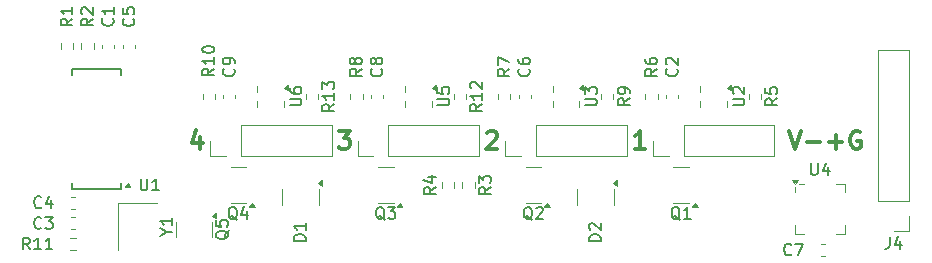
<source format=gbr>
%TF.GenerationSoftware,KiCad,Pcbnew,7.0.11-7.0.11~ubuntu22.04.1*%
%TF.CreationDate,2025-05-05T15:28:32+03:00*%
%TF.ProjectId,USB_Magic_Hub,5553425f-4d61-4676-9963-5f4875622e6b,rev?*%
%TF.SameCoordinates,PXc65d40PYc65d40*%
%TF.FileFunction,Legend,Top*%
%TF.FilePolarity,Positive*%
%FSLAX46Y46*%
G04 Gerber Fmt 4.6, Leading zero omitted, Abs format (unit mm)*
G04 Created by KiCad (PCBNEW 7.0.11-7.0.11~ubuntu22.04.1) date 2025-05-05 15:28:32*
%MOMM*%
%LPD*%
G01*
G04 APERTURE LIST*
%ADD10C,0.300000*%
%ADD11C,0.150000*%
%ADD12C,0.120000*%
G04 APERTURE END LIST*
D10*
X52928572Y-12428328D02*
X52071429Y-12428328D01*
X52500000Y-12428328D02*
X52500000Y-10928328D01*
X52500000Y-10928328D02*
X52357143Y-11142614D01*
X52357143Y-11142614D02*
X52214286Y-11285471D01*
X52214286Y-11285471D02*
X52071429Y-11356900D01*
X65142857Y-10928328D02*
X65642857Y-12428328D01*
X65642857Y-12428328D02*
X66142857Y-10928328D01*
X66642856Y-11856900D02*
X67785714Y-11856900D01*
X68499999Y-11856900D02*
X69642857Y-11856900D01*
X69071428Y-12428328D02*
X69071428Y-11285471D01*
X71142857Y-10999757D02*
X71000000Y-10928328D01*
X71000000Y-10928328D02*
X70785714Y-10928328D01*
X70785714Y-10928328D02*
X70571428Y-10999757D01*
X70571428Y-10999757D02*
X70428571Y-11142614D01*
X70428571Y-11142614D02*
X70357142Y-11285471D01*
X70357142Y-11285471D02*
X70285714Y-11571185D01*
X70285714Y-11571185D02*
X70285714Y-11785471D01*
X70285714Y-11785471D02*
X70357142Y-12071185D01*
X70357142Y-12071185D02*
X70428571Y-12214042D01*
X70428571Y-12214042D02*
X70571428Y-12356900D01*
X70571428Y-12356900D02*
X70785714Y-12428328D01*
X70785714Y-12428328D02*
X70928571Y-12428328D01*
X70928571Y-12428328D02*
X71142857Y-12356900D01*
X71142857Y-12356900D02*
X71214285Y-12285471D01*
X71214285Y-12285471D02*
X71214285Y-11785471D01*
X71214285Y-11785471D02*
X70928571Y-11785471D01*
X39571429Y-11071185D02*
X39642857Y-10999757D01*
X39642857Y-10999757D02*
X39785715Y-10928328D01*
X39785715Y-10928328D02*
X40142857Y-10928328D01*
X40142857Y-10928328D02*
X40285715Y-10999757D01*
X40285715Y-10999757D02*
X40357143Y-11071185D01*
X40357143Y-11071185D02*
X40428572Y-11214042D01*
X40428572Y-11214042D02*
X40428572Y-11356900D01*
X40428572Y-11356900D02*
X40357143Y-11571185D01*
X40357143Y-11571185D02*
X39500000Y-12428328D01*
X39500000Y-12428328D02*
X40428572Y-12428328D01*
X15285715Y-11428328D02*
X15285715Y-12428328D01*
X14928572Y-10856900D02*
X14571429Y-11928328D01*
X14571429Y-11928328D02*
X15500000Y-11928328D01*
X27000000Y-10928328D02*
X27928572Y-10928328D01*
X27928572Y-10928328D02*
X27428572Y-11499757D01*
X27428572Y-11499757D02*
X27642857Y-11499757D01*
X27642857Y-11499757D02*
X27785715Y-11571185D01*
X27785715Y-11571185D02*
X27857143Y-11642614D01*
X27857143Y-11642614D02*
X27928572Y-11785471D01*
X27928572Y-11785471D02*
X27928572Y-12142614D01*
X27928572Y-12142614D02*
X27857143Y-12285471D01*
X27857143Y-12285471D02*
X27785715Y-12356900D01*
X27785715Y-12356900D02*
X27642857Y-12428328D01*
X27642857Y-12428328D02*
X27214286Y-12428328D01*
X27214286Y-12428328D02*
X27071429Y-12356900D01*
X27071429Y-12356900D02*
X27000000Y-12285471D01*
D11*
X1833333Y-17359580D02*
X1785714Y-17407200D01*
X1785714Y-17407200D02*
X1642857Y-17454819D01*
X1642857Y-17454819D02*
X1547619Y-17454819D01*
X1547619Y-17454819D02*
X1404762Y-17407200D01*
X1404762Y-17407200D02*
X1309524Y-17311961D01*
X1309524Y-17311961D02*
X1261905Y-17216723D01*
X1261905Y-17216723D02*
X1214286Y-17026247D01*
X1214286Y-17026247D02*
X1214286Y-16883390D01*
X1214286Y-16883390D02*
X1261905Y-16692914D01*
X1261905Y-16692914D02*
X1309524Y-16597676D01*
X1309524Y-16597676D02*
X1404762Y-16502438D01*
X1404762Y-16502438D02*
X1547619Y-16454819D01*
X1547619Y-16454819D02*
X1642857Y-16454819D01*
X1642857Y-16454819D02*
X1785714Y-16502438D01*
X1785714Y-16502438D02*
X1833333Y-16550057D01*
X2690476Y-16788152D02*
X2690476Y-17454819D01*
X2452381Y-16407200D02*
X2214286Y-17121485D01*
X2214286Y-17121485D02*
X2833333Y-17121485D01*
X39134819Y-8642857D02*
X38658628Y-8976190D01*
X39134819Y-9214285D02*
X38134819Y-9214285D01*
X38134819Y-9214285D02*
X38134819Y-8833333D01*
X38134819Y-8833333D02*
X38182438Y-8738095D01*
X38182438Y-8738095D02*
X38230057Y-8690476D01*
X38230057Y-8690476D02*
X38325295Y-8642857D01*
X38325295Y-8642857D02*
X38468152Y-8642857D01*
X38468152Y-8642857D02*
X38563390Y-8690476D01*
X38563390Y-8690476D02*
X38611009Y-8738095D01*
X38611009Y-8738095D02*
X38658628Y-8833333D01*
X38658628Y-8833333D02*
X38658628Y-9214285D01*
X39134819Y-7690476D02*
X39134819Y-8261904D01*
X39134819Y-7976190D02*
X38134819Y-7976190D01*
X38134819Y-7976190D02*
X38277676Y-8071428D01*
X38277676Y-8071428D02*
X38372914Y-8166666D01*
X38372914Y-8166666D02*
X38420533Y-8261904D01*
X38230057Y-7309523D02*
X38182438Y-7261904D01*
X38182438Y-7261904D02*
X38134819Y-7166666D01*
X38134819Y-7166666D02*
X38134819Y-6928571D01*
X38134819Y-6928571D02*
X38182438Y-6833333D01*
X38182438Y-6833333D02*
X38230057Y-6785714D01*
X38230057Y-6785714D02*
X38325295Y-6738095D01*
X38325295Y-6738095D02*
X38420533Y-6738095D01*
X38420533Y-6738095D02*
X38563390Y-6785714D01*
X38563390Y-6785714D02*
X39134819Y-7357142D01*
X39134819Y-7357142D02*
X39134819Y-6738095D01*
X17700057Y-19345238D02*
X17652438Y-19440476D01*
X17652438Y-19440476D02*
X17557200Y-19535714D01*
X17557200Y-19535714D02*
X17414342Y-19678571D01*
X17414342Y-19678571D02*
X17366723Y-19773809D01*
X17366723Y-19773809D02*
X17366723Y-19869047D01*
X17604819Y-19821428D02*
X17557200Y-19916666D01*
X17557200Y-19916666D02*
X17461961Y-20011904D01*
X17461961Y-20011904D02*
X17271485Y-20059523D01*
X17271485Y-20059523D02*
X16938152Y-20059523D01*
X16938152Y-20059523D02*
X16747676Y-20011904D01*
X16747676Y-20011904D02*
X16652438Y-19916666D01*
X16652438Y-19916666D02*
X16604819Y-19821428D01*
X16604819Y-19821428D02*
X16604819Y-19630952D01*
X16604819Y-19630952D02*
X16652438Y-19535714D01*
X16652438Y-19535714D02*
X16747676Y-19440476D01*
X16747676Y-19440476D02*
X16938152Y-19392857D01*
X16938152Y-19392857D02*
X17271485Y-19392857D01*
X17271485Y-19392857D02*
X17461961Y-19440476D01*
X17461961Y-19440476D02*
X17557200Y-19535714D01*
X17557200Y-19535714D02*
X17604819Y-19630952D01*
X17604819Y-19630952D02*
X17604819Y-19821428D01*
X16604819Y-18488095D02*
X16604819Y-18964285D01*
X16604819Y-18964285D02*
X17081009Y-19011904D01*
X17081009Y-19011904D02*
X17033390Y-18964285D01*
X17033390Y-18964285D02*
X16985771Y-18869047D01*
X16985771Y-18869047D02*
X16985771Y-18630952D01*
X16985771Y-18630952D02*
X17033390Y-18535714D01*
X17033390Y-18535714D02*
X17081009Y-18488095D01*
X17081009Y-18488095D02*
X17176247Y-18440476D01*
X17176247Y-18440476D02*
X17414342Y-18440476D01*
X17414342Y-18440476D02*
X17509580Y-18488095D01*
X17509580Y-18488095D02*
X17557200Y-18535714D01*
X17557200Y-18535714D02*
X17604819Y-18630952D01*
X17604819Y-18630952D02*
X17604819Y-18869047D01*
X17604819Y-18869047D02*
X17557200Y-18964285D01*
X17557200Y-18964285D02*
X17509580Y-19011904D01*
X24204819Y-20238094D02*
X23204819Y-20238094D01*
X23204819Y-20238094D02*
X23204819Y-19999999D01*
X23204819Y-19999999D02*
X23252438Y-19857142D01*
X23252438Y-19857142D02*
X23347676Y-19761904D01*
X23347676Y-19761904D02*
X23442914Y-19714285D01*
X23442914Y-19714285D02*
X23633390Y-19666666D01*
X23633390Y-19666666D02*
X23776247Y-19666666D01*
X23776247Y-19666666D02*
X23966723Y-19714285D01*
X23966723Y-19714285D02*
X24061961Y-19761904D01*
X24061961Y-19761904D02*
X24157200Y-19857142D01*
X24157200Y-19857142D02*
X24204819Y-19999999D01*
X24204819Y-19999999D02*
X24204819Y-20238094D01*
X24204819Y-18714285D02*
X24204819Y-19285713D01*
X24204819Y-18999999D02*
X23204819Y-18999999D01*
X23204819Y-18999999D02*
X23347676Y-19095237D01*
X23347676Y-19095237D02*
X23442914Y-19190475D01*
X23442914Y-19190475D02*
X23490533Y-19285713D01*
X66988095Y-13654819D02*
X66988095Y-14464342D01*
X66988095Y-14464342D02*
X67035714Y-14559580D01*
X67035714Y-14559580D02*
X67083333Y-14607200D01*
X67083333Y-14607200D02*
X67178571Y-14654819D01*
X67178571Y-14654819D02*
X67369047Y-14654819D01*
X67369047Y-14654819D02*
X67464285Y-14607200D01*
X67464285Y-14607200D02*
X67511904Y-14559580D01*
X67511904Y-14559580D02*
X67559523Y-14464342D01*
X67559523Y-14464342D02*
X67559523Y-13654819D01*
X68464285Y-13988152D02*
X68464285Y-14654819D01*
X68226190Y-13607200D02*
X67988095Y-14321485D01*
X67988095Y-14321485D02*
X68607142Y-14321485D01*
X35204819Y-15666666D02*
X34728628Y-15999999D01*
X35204819Y-16238094D02*
X34204819Y-16238094D01*
X34204819Y-16238094D02*
X34204819Y-15857142D01*
X34204819Y-15857142D02*
X34252438Y-15761904D01*
X34252438Y-15761904D02*
X34300057Y-15714285D01*
X34300057Y-15714285D02*
X34395295Y-15666666D01*
X34395295Y-15666666D02*
X34538152Y-15666666D01*
X34538152Y-15666666D02*
X34633390Y-15714285D01*
X34633390Y-15714285D02*
X34681009Y-15761904D01*
X34681009Y-15761904D02*
X34728628Y-15857142D01*
X34728628Y-15857142D02*
X34728628Y-16238094D01*
X34538152Y-14809523D02*
X35204819Y-14809523D01*
X34157200Y-15047618D02*
X34871485Y-15285713D01*
X34871485Y-15285713D02*
X34871485Y-14666666D01*
X30904761Y-18450057D02*
X30809523Y-18402438D01*
X30809523Y-18402438D02*
X30714285Y-18307200D01*
X30714285Y-18307200D02*
X30571428Y-18164342D01*
X30571428Y-18164342D02*
X30476190Y-18116723D01*
X30476190Y-18116723D02*
X30380952Y-18116723D01*
X30428571Y-18354819D02*
X30333333Y-18307200D01*
X30333333Y-18307200D02*
X30238095Y-18211961D01*
X30238095Y-18211961D02*
X30190476Y-18021485D01*
X30190476Y-18021485D02*
X30190476Y-17688152D01*
X30190476Y-17688152D02*
X30238095Y-17497676D01*
X30238095Y-17497676D02*
X30333333Y-17402438D01*
X30333333Y-17402438D02*
X30428571Y-17354819D01*
X30428571Y-17354819D02*
X30619047Y-17354819D01*
X30619047Y-17354819D02*
X30714285Y-17402438D01*
X30714285Y-17402438D02*
X30809523Y-17497676D01*
X30809523Y-17497676D02*
X30857142Y-17688152D01*
X30857142Y-17688152D02*
X30857142Y-18021485D01*
X30857142Y-18021485D02*
X30809523Y-18211961D01*
X30809523Y-18211961D02*
X30714285Y-18307200D01*
X30714285Y-18307200D02*
X30619047Y-18354819D01*
X30619047Y-18354819D02*
X30428571Y-18354819D01*
X31190476Y-17354819D02*
X31809523Y-17354819D01*
X31809523Y-17354819D02*
X31476190Y-17735771D01*
X31476190Y-17735771D02*
X31619047Y-17735771D01*
X31619047Y-17735771D02*
X31714285Y-17783390D01*
X31714285Y-17783390D02*
X31761904Y-17831009D01*
X31761904Y-17831009D02*
X31809523Y-17926247D01*
X31809523Y-17926247D02*
X31809523Y-18164342D01*
X31809523Y-18164342D02*
X31761904Y-18259580D01*
X31761904Y-18259580D02*
X31714285Y-18307200D01*
X31714285Y-18307200D02*
X31619047Y-18354819D01*
X31619047Y-18354819D02*
X31333333Y-18354819D01*
X31333333Y-18354819D02*
X31238095Y-18307200D01*
X31238095Y-18307200D02*
X31190476Y-18259580D01*
X51634819Y-8166666D02*
X51158628Y-8499999D01*
X51634819Y-8738094D02*
X50634819Y-8738094D01*
X50634819Y-8738094D02*
X50634819Y-8357142D01*
X50634819Y-8357142D02*
X50682438Y-8261904D01*
X50682438Y-8261904D02*
X50730057Y-8214285D01*
X50730057Y-8214285D02*
X50825295Y-8166666D01*
X50825295Y-8166666D02*
X50968152Y-8166666D01*
X50968152Y-8166666D02*
X51063390Y-8214285D01*
X51063390Y-8214285D02*
X51111009Y-8261904D01*
X51111009Y-8261904D02*
X51158628Y-8357142D01*
X51158628Y-8357142D02*
X51158628Y-8738094D01*
X51634819Y-7690475D02*
X51634819Y-7499999D01*
X51634819Y-7499999D02*
X51587200Y-7404761D01*
X51587200Y-7404761D02*
X51539580Y-7357142D01*
X51539580Y-7357142D02*
X51396723Y-7261904D01*
X51396723Y-7261904D02*
X51206247Y-7214285D01*
X51206247Y-7214285D02*
X50825295Y-7214285D01*
X50825295Y-7214285D02*
X50730057Y-7261904D01*
X50730057Y-7261904D02*
X50682438Y-7309523D01*
X50682438Y-7309523D02*
X50634819Y-7404761D01*
X50634819Y-7404761D02*
X50634819Y-7595237D01*
X50634819Y-7595237D02*
X50682438Y-7690475D01*
X50682438Y-7690475D02*
X50730057Y-7738094D01*
X50730057Y-7738094D02*
X50825295Y-7785713D01*
X50825295Y-7785713D02*
X51063390Y-7785713D01*
X51063390Y-7785713D02*
X51158628Y-7738094D01*
X51158628Y-7738094D02*
X51206247Y-7690475D01*
X51206247Y-7690475D02*
X51253866Y-7595237D01*
X51253866Y-7595237D02*
X51253866Y-7404761D01*
X51253866Y-7404761D02*
X51206247Y-7309523D01*
X51206247Y-7309523D02*
X51158628Y-7261904D01*
X51158628Y-7261904D02*
X51063390Y-7214285D01*
X26634819Y-8642857D02*
X26158628Y-8976190D01*
X26634819Y-9214285D02*
X25634819Y-9214285D01*
X25634819Y-9214285D02*
X25634819Y-8833333D01*
X25634819Y-8833333D02*
X25682438Y-8738095D01*
X25682438Y-8738095D02*
X25730057Y-8690476D01*
X25730057Y-8690476D02*
X25825295Y-8642857D01*
X25825295Y-8642857D02*
X25968152Y-8642857D01*
X25968152Y-8642857D02*
X26063390Y-8690476D01*
X26063390Y-8690476D02*
X26111009Y-8738095D01*
X26111009Y-8738095D02*
X26158628Y-8833333D01*
X26158628Y-8833333D02*
X26158628Y-9214285D01*
X26634819Y-7690476D02*
X26634819Y-8261904D01*
X26634819Y-7976190D02*
X25634819Y-7976190D01*
X25634819Y-7976190D02*
X25777676Y-8071428D01*
X25777676Y-8071428D02*
X25872914Y-8166666D01*
X25872914Y-8166666D02*
X25920533Y-8261904D01*
X25634819Y-7357142D02*
X25634819Y-6738095D01*
X25634819Y-6738095D02*
X26015771Y-7071428D01*
X26015771Y-7071428D02*
X26015771Y-6928571D01*
X26015771Y-6928571D02*
X26063390Y-6833333D01*
X26063390Y-6833333D02*
X26111009Y-6785714D01*
X26111009Y-6785714D02*
X26206247Y-6738095D01*
X26206247Y-6738095D02*
X26444342Y-6738095D01*
X26444342Y-6738095D02*
X26539580Y-6785714D01*
X26539580Y-6785714D02*
X26587200Y-6833333D01*
X26587200Y-6833333D02*
X26634819Y-6928571D01*
X26634819Y-6928571D02*
X26634819Y-7214285D01*
X26634819Y-7214285D02*
X26587200Y-7309523D01*
X26587200Y-7309523D02*
X26539580Y-7357142D01*
X10238095Y-14954819D02*
X10238095Y-15764342D01*
X10238095Y-15764342D02*
X10285714Y-15859580D01*
X10285714Y-15859580D02*
X10333333Y-15907200D01*
X10333333Y-15907200D02*
X10428571Y-15954819D01*
X10428571Y-15954819D02*
X10619047Y-15954819D01*
X10619047Y-15954819D02*
X10714285Y-15907200D01*
X10714285Y-15907200D02*
X10761904Y-15859580D01*
X10761904Y-15859580D02*
X10809523Y-15764342D01*
X10809523Y-15764342D02*
X10809523Y-14954819D01*
X11809523Y-15954819D02*
X11238095Y-15954819D01*
X11523809Y-15954819D02*
X11523809Y-14954819D01*
X11523809Y-14954819D02*
X11428571Y-15097676D01*
X11428571Y-15097676D02*
X11333333Y-15192914D01*
X11333333Y-15192914D02*
X11238095Y-15240533D01*
X4454819Y-1416666D02*
X3978628Y-1749999D01*
X4454819Y-1988094D02*
X3454819Y-1988094D01*
X3454819Y-1988094D02*
X3454819Y-1607142D01*
X3454819Y-1607142D02*
X3502438Y-1511904D01*
X3502438Y-1511904D02*
X3550057Y-1464285D01*
X3550057Y-1464285D02*
X3645295Y-1416666D01*
X3645295Y-1416666D02*
X3788152Y-1416666D01*
X3788152Y-1416666D02*
X3883390Y-1464285D01*
X3883390Y-1464285D02*
X3931009Y-1511904D01*
X3931009Y-1511904D02*
X3978628Y-1607142D01*
X3978628Y-1607142D02*
X3978628Y-1988094D01*
X4454819Y-464285D02*
X4454819Y-1035713D01*
X4454819Y-749999D02*
X3454819Y-749999D01*
X3454819Y-749999D02*
X3597676Y-845237D01*
X3597676Y-845237D02*
X3692914Y-940475D01*
X3692914Y-940475D02*
X3740533Y-1035713D01*
X16454819Y-5642857D02*
X15978628Y-5976190D01*
X16454819Y-6214285D02*
X15454819Y-6214285D01*
X15454819Y-6214285D02*
X15454819Y-5833333D01*
X15454819Y-5833333D02*
X15502438Y-5738095D01*
X15502438Y-5738095D02*
X15550057Y-5690476D01*
X15550057Y-5690476D02*
X15645295Y-5642857D01*
X15645295Y-5642857D02*
X15788152Y-5642857D01*
X15788152Y-5642857D02*
X15883390Y-5690476D01*
X15883390Y-5690476D02*
X15931009Y-5738095D01*
X15931009Y-5738095D02*
X15978628Y-5833333D01*
X15978628Y-5833333D02*
X15978628Y-6214285D01*
X16454819Y-4690476D02*
X16454819Y-5261904D01*
X16454819Y-4976190D02*
X15454819Y-4976190D01*
X15454819Y-4976190D02*
X15597676Y-5071428D01*
X15597676Y-5071428D02*
X15692914Y-5166666D01*
X15692914Y-5166666D02*
X15740533Y-5261904D01*
X15454819Y-4071428D02*
X15454819Y-3976190D01*
X15454819Y-3976190D02*
X15502438Y-3880952D01*
X15502438Y-3880952D02*
X15550057Y-3833333D01*
X15550057Y-3833333D02*
X15645295Y-3785714D01*
X15645295Y-3785714D02*
X15835771Y-3738095D01*
X15835771Y-3738095D02*
X16073866Y-3738095D01*
X16073866Y-3738095D02*
X16264342Y-3785714D01*
X16264342Y-3785714D02*
X16359580Y-3833333D01*
X16359580Y-3833333D02*
X16407200Y-3880952D01*
X16407200Y-3880952D02*
X16454819Y-3976190D01*
X16454819Y-3976190D02*
X16454819Y-4071428D01*
X16454819Y-4071428D02*
X16407200Y-4166666D01*
X16407200Y-4166666D02*
X16359580Y-4214285D01*
X16359580Y-4214285D02*
X16264342Y-4261904D01*
X16264342Y-4261904D02*
X16073866Y-4309523D01*
X16073866Y-4309523D02*
X15835771Y-4309523D01*
X15835771Y-4309523D02*
X15645295Y-4261904D01*
X15645295Y-4261904D02*
X15550057Y-4214285D01*
X15550057Y-4214285D02*
X15502438Y-4166666D01*
X15502438Y-4166666D02*
X15454819Y-4071428D01*
X18109580Y-5666666D02*
X18157200Y-5714285D01*
X18157200Y-5714285D02*
X18204819Y-5857142D01*
X18204819Y-5857142D02*
X18204819Y-5952380D01*
X18204819Y-5952380D02*
X18157200Y-6095237D01*
X18157200Y-6095237D02*
X18061961Y-6190475D01*
X18061961Y-6190475D02*
X17966723Y-6238094D01*
X17966723Y-6238094D02*
X17776247Y-6285713D01*
X17776247Y-6285713D02*
X17633390Y-6285713D01*
X17633390Y-6285713D02*
X17442914Y-6238094D01*
X17442914Y-6238094D02*
X17347676Y-6190475D01*
X17347676Y-6190475D02*
X17252438Y-6095237D01*
X17252438Y-6095237D02*
X17204819Y-5952380D01*
X17204819Y-5952380D02*
X17204819Y-5857142D01*
X17204819Y-5857142D02*
X17252438Y-5714285D01*
X17252438Y-5714285D02*
X17300057Y-5666666D01*
X18204819Y-5190475D02*
X18204819Y-4999999D01*
X18204819Y-4999999D02*
X18157200Y-4904761D01*
X18157200Y-4904761D02*
X18109580Y-4857142D01*
X18109580Y-4857142D02*
X17966723Y-4761904D01*
X17966723Y-4761904D02*
X17776247Y-4714285D01*
X17776247Y-4714285D02*
X17395295Y-4714285D01*
X17395295Y-4714285D02*
X17300057Y-4761904D01*
X17300057Y-4761904D02*
X17252438Y-4809523D01*
X17252438Y-4809523D02*
X17204819Y-4904761D01*
X17204819Y-4904761D02*
X17204819Y-5095237D01*
X17204819Y-5095237D02*
X17252438Y-5190475D01*
X17252438Y-5190475D02*
X17300057Y-5238094D01*
X17300057Y-5238094D02*
X17395295Y-5285713D01*
X17395295Y-5285713D02*
X17633390Y-5285713D01*
X17633390Y-5285713D02*
X17728628Y-5238094D01*
X17728628Y-5238094D02*
X17776247Y-5190475D01*
X17776247Y-5190475D02*
X17823866Y-5095237D01*
X17823866Y-5095237D02*
X17823866Y-4904761D01*
X17823866Y-4904761D02*
X17776247Y-4809523D01*
X17776247Y-4809523D02*
X17728628Y-4761904D01*
X17728628Y-4761904D02*
X17633390Y-4714285D01*
X1833333Y-19109580D02*
X1785714Y-19157200D01*
X1785714Y-19157200D02*
X1642857Y-19204819D01*
X1642857Y-19204819D02*
X1547619Y-19204819D01*
X1547619Y-19204819D02*
X1404762Y-19157200D01*
X1404762Y-19157200D02*
X1309524Y-19061961D01*
X1309524Y-19061961D02*
X1261905Y-18966723D01*
X1261905Y-18966723D02*
X1214286Y-18776247D01*
X1214286Y-18776247D02*
X1214286Y-18633390D01*
X1214286Y-18633390D02*
X1261905Y-18442914D01*
X1261905Y-18442914D02*
X1309524Y-18347676D01*
X1309524Y-18347676D02*
X1404762Y-18252438D01*
X1404762Y-18252438D02*
X1547619Y-18204819D01*
X1547619Y-18204819D02*
X1642857Y-18204819D01*
X1642857Y-18204819D02*
X1785714Y-18252438D01*
X1785714Y-18252438D02*
X1833333Y-18300057D01*
X2166667Y-18204819D02*
X2785714Y-18204819D01*
X2785714Y-18204819D02*
X2452381Y-18585771D01*
X2452381Y-18585771D02*
X2595238Y-18585771D01*
X2595238Y-18585771D02*
X2690476Y-18633390D01*
X2690476Y-18633390D02*
X2738095Y-18681009D01*
X2738095Y-18681009D02*
X2785714Y-18776247D01*
X2785714Y-18776247D02*
X2785714Y-19014342D01*
X2785714Y-19014342D02*
X2738095Y-19109580D01*
X2738095Y-19109580D02*
X2690476Y-19157200D01*
X2690476Y-19157200D02*
X2595238Y-19204819D01*
X2595238Y-19204819D02*
X2309524Y-19204819D01*
X2309524Y-19204819D02*
X2214286Y-19157200D01*
X2214286Y-19157200D02*
X2166667Y-19109580D01*
X6204819Y-1416666D02*
X5728628Y-1749999D01*
X6204819Y-1988094D02*
X5204819Y-1988094D01*
X5204819Y-1988094D02*
X5204819Y-1607142D01*
X5204819Y-1607142D02*
X5252438Y-1511904D01*
X5252438Y-1511904D02*
X5300057Y-1464285D01*
X5300057Y-1464285D02*
X5395295Y-1416666D01*
X5395295Y-1416666D02*
X5538152Y-1416666D01*
X5538152Y-1416666D02*
X5633390Y-1464285D01*
X5633390Y-1464285D02*
X5681009Y-1511904D01*
X5681009Y-1511904D02*
X5728628Y-1607142D01*
X5728628Y-1607142D02*
X5728628Y-1988094D01*
X5300057Y-1035713D02*
X5252438Y-988094D01*
X5252438Y-988094D02*
X5204819Y-892856D01*
X5204819Y-892856D02*
X5204819Y-654761D01*
X5204819Y-654761D02*
X5252438Y-559523D01*
X5252438Y-559523D02*
X5300057Y-511904D01*
X5300057Y-511904D02*
X5395295Y-464285D01*
X5395295Y-464285D02*
X5490533Y-464285D01*
X5490533Y-464285D02*
X5633390Y-511904D01*
X5633390Y-511904D02*
X6204819Y-1083332D01*
X6204819Y-1083332D02*
X6204819Y-464285D01*
X55904761Y-18450057D02*
X55809523Y-18402438D01*
X55809523Y-18402438D02*
X55714285Y-18307200D01*
X55714285Y-18307200D02*
X55571428Y-18164342D01*
X55571428Y-18164342D02*
X55476190Y-18116723D01*
X55476190Y-18116723D02*
X55380952Y-18116723D01*
X55428571Y-18354819D02*
X55333333Y-18307200D01*
X55333333Y-18307200D02*
X55238095Y-18211961D01*
X55238095Y-18211961D02*
X55190476Y-18021485D01*
X55190476Y-18021485D02*
X55190476Y-17688152D01*
X55190476Y-17688152D02*
X55238095Y-17497676D01*
X55238095Y-17497676D02*
X55333333Y-17402438D01*
X55333333Y-17402438D02*
X55428571Y-17354819D01*
X55428571Y-17354819D02*
X55619047Y-17354819D01*
X55619047Y-17354819D02*
X55714285Y-17402438D01*
X55714285Y-17402438D02*
X55809523Y-17497676D01*
X55809523Y-17497676D02*
X55857142Y-17688152D01*
X55857142Y-17688152D02*
X55857142Y-18021485D01*
X55857142Y-18021485D02*
X55809523Y-18211961D01*
X55809523Y-18211961D02*
X55714285Y-18307200D01*
X55714285Y-18307200D02*
X55619047Y-18354819D01*
X55619047Y-18354819D02*
X55428571Y-18354819D01*
X56809523Y-18354819D02*
X56238095Y-18354819D01*
X56523809Y-18354819D02*
X56523809Y-17354819D01*
X56523809Y-17354819D02*
X56428571Y-17497676D01*
X56428571Y-17497676D02*
X56333333Y-17592914D01*
X56333333Y-17592914D02*
X56238095Y-17640533D01*
X49204819Y-20238094D02*
X48204819Y-20238094D01*
X48204819Y-20238094D02*
X48204819Y-19999999D01*
X48204819Y-19999999D02*
X48252438Y-19857142D01*
X48252438Y-19857142D02*
X48347676Y-19761904D01*
X48347676Y-19761904D02*
X48442914Y-19714285D01*
X48442914Y-19714285D02*
X48633390Y-19666666D01*
X48633390Y-19666666D02*
X48776247Y-19666666D01*
X48776247Y-19666666D02*
X48966723Y-19714285D01*
X48966723Y-19714285D02*
X49061961Y-19761904D01*
X49061961Y-19761904D02*
X49157200Y-19857142D01*
X49157200Y-19857142D02*
X49204819Y-19999999D01*
X49204819Y-19999999D02*
X49204819Y-20238094D01*
X48300057Y-19285713D02*
X48252438Y-19238094D01*
X48252438Y-19238094D02*
X48204819Y-19142856D01*
X48204819Y-19142856D02*
X48204819Y-18904761D01*
X48204819Y-18904761D02*
X48252438Y-18809523D01*
X48252438Y-18809523D02*
X48300057Y-18761904D01*
X48300057Y-18761904D02*
X48395295Y-18714285D01*
X48395295Y-18714285D02*
X48490533Y-18714285D01*
X48490533Y-18714285D02*
X48633390Y-18761904D01*
X48633390Y-18761904D02*
X49204819Y-19333332D01*
X49204819Y-19333332D02*
X49204819Y-18714285D01*
X47854819Y-8761904D02*
X48664342Y-8761904D01*
X48664342Y-8761904D02*
X48759580Y-8714285D01*
X48759580Y-8714285D02*
X48807200Y-8666666D01*
X48807200Y-8666666D02*
X48854819Y-8571428D01*
X48854819Y-8571428D02*
X48854819Y-8380952D01*
X48854819Y-8380952D02*
X48807200Y-8285714D01*
X48807200Y-8285714D02*
X48759580Y-8238095D01*
X48759580Y-8238095D02*
X48664342Y-8190476D01*
X48664342Y-8190476D02*
X47854819Y-8190476D01*
X47854819Y-7809523D02*
X47854819Y-7190476D01*
X47854819Y-7190476D02*
X48235771Y-7523809D01*
X48235771Y-7523809D02*
X48235771Y-7380952D01*
X48235771Y-7380952D02*
X48283390Y-7285714D01*
X48283390Y-7285714D02*
X48331009Y-7238095D01*
X48331009Y-7238095D02*
X48426247Y-7190476D01*
X48426247Y-7190476D02*
X48664342Y-7190476D01*
X48664342Y-7190476D02*
X48759580Y-7238095D01*
X48759580Y-7238095D02*
X48807200Y-7285714D01*
X48807200Y-7285714D02*
X48854819Y-7380952D01*
X48854819Y-7380952D02*
X48854819Y-7666666D01*
X48854819Y-7666666D02*
X48807200Y-7761904D01*
X48807200Y-7761904D02*
X48759580Y-7809523D01*
X65333333Y-21359580D02*
X65285714Y-21407200D01*
X65285714Y-21407200D02*
X65142857Y-21454819D01*
X65142857Y-21454819D02*
X65047619Y-21454819D01*
X65047619Y-21454819D02*
X64904762Y-21407200D01*
X64904762Y-21407200D02*
X64809524Y-21311961D01*
X64809524Y-21311961D02*
X64761905Y-21216723D01*
X64761905Y-21216723D02*
X64714286Y-21026247D01*
X64714286Y-21026247D02*
X64714286Y-20883390D01*
X64714286Y-20883390D02*
X64761905Y-20692914D01*
X64761905Y-20692914D02*
X64809524Y-20597676D01*
X64809524Y-20597676D02*
X64904762Y-20502438D01*
X64904762Y-20502438D02*
X65047619Y-20454819D01*
X65047619Y-20454819D02*
X65142857Y-20454819D01*
X65142857Y-20454819D02*
X65285714Y-20502438D01*
X65285714Y-20502438D02*
X65333333Y-20550057D01*
X65666667Y-20454819D02*
X66333333Y-20454819D01*
X66333333Y-20454819D02*
X65904762Y-21454819D01*
X30609580Y-5666666D02*
X30657200Y-5714285D01*
X30657200Y-5714285D02*
X30704819Y-5857142D01*
X30704819Y-5857142D02*
X30704819Y-5952380D01*
X30704819Y-5952380D02*
X30657200Y-6095237D01*
X30657200Y-6095237D02*
X30561961Y-6190475D01*
X30561961Y-6190475D02*
X30466723Y-6238094D01*
X30466723Y-6238094D02*
X30276247Y-6285713D01*
X30276247Y-6285713D02*
X30133390Y-6285713D01*
X30133390Y-6285713D02*
X29942914Y-6238094D01*
X29942914Y-6238094D02*
X29847676Y-6190475D01*
X29847676Y-6190475D02*
X29752438Y-6095237D01*
X29752438Y-6095237D02*
X29704819Y-5952380D01*
X29704819Y-5952380D02*
X29704819Y-5857142D01*
X29704819Y-5857142D02*
X29752438Y-5714285D01*
X29752438Y-5714285D02*
X29800057Y-5666666D01*
X30133390Y-5095237D02*
X30085771Y-5190475D01*
X30085771Y-5190475D02*
X30038152Y-5238094D01*
X30038152Y-5238094D02*
X29942914Y-5285713D01*
X29942914Y-5285713D02*
X29895295Y-5285713D01*
X29895295Y-5285713D02*
X29800057Y-5238094D01*
X29800057Y-5238094D02*
X29752438Y-5190475D01*
X29752438Y-5190475D02*
X29704819Y-5095237D01*
X29704819Y-5095237D02*
X29704819Y-4904761D01*
X29704819Y-4904761D02*
X29752438Y-4809523D01*
X29752438Y-4809523D02*
X29800057Y-4761904D01*
X29800057Y-4761904D02*
X29895295Y-4714285D01*
X29895295Y-4714285D02*
X29942914Y-4714285D01*
X29942914Y-4714285D02*
X30038152Y-4761904D01*
X30038152Y-4761904D02*
X30085771Y-4809523D01*
X30085771Y-4809523D02*
X30133390Y-4904761D01*
X30133390Y-4904761D02*
X30133390Y-5095237D01*
X30133390Y-5095237D02*
X30181009Y-5190475D01*
X30181009Y-5190475D02*
X30228628Y-5238094D01*
X30228628Y-5238094D02*
X30323866Y-5285713D01*
X30323866Y-5285713D02*
X30514342Y-5285713D01*
X30514342Y-5285713D02*
X30609580Y-5238094D01*
X30609580Y-5238094D02*
X30657200Y-5190475D01*
X30657200Y-5190475D02*
X30704819Y-5095237D01*
X30704819Y-5095237D02*
X30704819Y-4904761D01*
X30704819Y-4904761D02*
X30657200Y-4809523D01*
X30657200Y-4809523D02*
X30609580Y-4761904D01*
X30609580Y-4761904D02*
X30514342Y-4714285D01*
X30514342Y-4714285D02*
X30323866Y-4714285D01*
X30323866Y-4714285D02*
X30228628Y-4761904D01*
X30228628Y-4761904D02*
X30181009Y-4809523D01*
X30181009Y-4809523D02*
X30133390Y-4904761D01*
X39884819Y-15666666D02*
X39408628Y-15999999D01*
X39884819Y-16238094D02*
X38884819Y-16238094D01*
X38884819Y-16238094D02*
X38884819Y-15857142D01*
X38884819Y-15857142D02*
X38932438Y-15761904D01*
X38932438Y-15761904D02*
X38980057Y-15714285D01*
X38980057Y-15714285D02*
X39075295Y-15666666D01*
X39075295Y-15666666D02*
X39218152Y-15666666D01*
X39218152Y-15666666D02*
X39313390Y-15714285D01*
X39313390Y-15714285D02*
X39361009Y-15761904D01*
X39361009Y-15761904D02*
X39408628Y-15857142D01*
X39408628Y-15857142D02*
X39408628Y-16238094D01*
X38884819Y-15333332D02*
X38884819Y-14714285D01*
X38884819Y-14714285D02*
X39265771Y-15047618D01*
X39265771Y-15047618D02*
X39265771Y-14904761D01*
X39265771Y-14904761D02*
X39313390Y-14809523D01*
X39313390Y-14809523D02*
X39361009Y-14761904D01*
X39361009Y-14761904D02*
X39456247Y-14714285D01*
X39456247Y-14714285D02*
X39694342Y-14714285D01*
X39694342Y-14714285D02*
X39789580Y-14761904D01*
X39789580Y-14761904D02*
X39837200Y-14809523D01*
X39837200Y-14809523D02*
X39884819Y-14904761D01*
X39884819Y-14904761D02*
X39884819Y-15190475D01*
X39884819Y-15190475D02*
X39837200Y-15285713D01*
X39837200Y-15285713D02*
X39789580Y-15333332D01*
X857142Y-20954819D02*
X523809Y-20478628D01*
X285714Y-20954819D02*
X285714Y-19954819D01*
X285714Y-19954819D02*
X666666Y-19954819D01*
X666666Y-19954819D02*
X761904Y-20002438D01*
X761904Y-20002438D02*
X809523Y-20050057D01*
X809523Y-20050057D02*
X857142Y-20145295D01*
X857142Y-20145295D02*
X857142Y-20288152D01*
X857142Y-20288152D02*
X809523Y-20383390D01*
X809523Y-20383390D02*
X761904Y-20431009D01*
X761904Y-20431009D02*
X666666Y-20478628D01*
X666666Y-20478628D02*
X285714Y-20478628D01*
X1809523Y-20954819D02*
X1238095Y-20954819D01*
X1523809Y-20954819D02*
X1523809Y-19954819D01*
X1523809Y-19954819D02*
X1428571Y-20097676D01*
X1428571Y-20097676D02*
X1333333Y-20192914D01*
X1333333Y-20192914D02*
X1238095Y-20240533D01*
X2761904Y-20954819D02*
X2190476Y-20954819D01*
X2476190Y-20954819D02*
X2476190Y-19954819D01*
X2476190Y-19954819D02*
X2380952Y-20097676D01*
X2380952Y-20097676D02*
X2285714Y-20192914D01*
X2285714Y-20192914D02*
X2190476Y-20240533D01*
X73666666Y-19884819D02*
X73666666Y-20599104D01*
X73666666Y-20599104D02*
X73619047Y-20741961D01*
X73619047Y-20741961D02*
X73523809Y-20837200D01*
X73523809Y-20837200D02*
X73380952Y-20884819D01*
X73380952Y-20884819D02*
X73285714Y-20884819D01*
X74571428Y-20218152D02*
X74571428Y-20884819D01*
X74333333Y-19837200D02*
X74095238Y-20551485D01*
X74095238Y-20551485D02*
X74714285Y-20551485D01*
X9609580Y-1416666D02*
X9657200Y-1464285D01*
X9657200Y-1464285D02*
X9704819Y-1607142D01*
X9704819Y-1607142D02*
X9704819Y-1702380D01*
X9704819Y-1702380D02*
X9657200Y-1845237D01*
X9657200Y-1845237D02*
X9561961Y-1940475D01*
X9561961Y-1940475D02*
X9466723Y-1988094D01*
X9466723Y-1988094D02*
X9276247Y-2035713D01*
X9276247Y-2035713D02*
X9133390Y-2035713D01*
X9133390Y-2035713D02*
X8942914Y-1988094D01*
X8942914Y-1988094D02*
X8847676Y-1940475D01*
X8847676Y-1940475D02*
X8752438Y-1845237D01*
X8752438Y-1845237D02*
X8704819Y-1702380D01*
X8704819Y-1702380D02*
X8704819Y-1607142D01*
X8704819Y-1607142D02*
X8752438Y-1464285D01*
X8752438Y-1464285D02*
X8800057Y-1416666D01*
X8704819Y-511904D02*
X8704819Y-988094D01*
X8704819Y-988094D02*
X9181009Y-1035713D01*
X9181009Y-1035713D02*
X9133390Y-988094D01*
X9133390Y-988094D02*
X9085771Y-892856D01*
X9085771Y-892856D02*
X9085771Y-654761D01*
X9085771Y-654761D02*
X9133390Y-559523D01*
X9133390Y-559523D02*
X9181009Y-511904D01*
X9181009Y-511904D02*
X9276247Y-464285D01*
X9276247Y-464285D02*
X9514342Y-464285D01*
X9514342Y-464285D02*
X9609580Y-511904D01*
X9609580Y-511904D02*
X9657200Y-559523D01*
X9657200Y-559523D02*
X9704819Y-654761D01*
X9704819Y-654761D02*
X9704819Y-892856D01*
X9704819Y-892856D02*
X9657200Y-988094D01*
X9657200Y-988094D02*
X9609580Y-1035713D01*
X64134819Y-8166666D02*
X63658628Y-8499999D01*
X64134819Y-8738094D02*
X63134819Y-8738094D01*
X63134819Y-8738094D02*
X63134819Y-8357142D01*
X63134819Y-8357142D02*
X63182438Y-8261904D01*
X63182438Y-8261904D02*
X63230057Y-8214285D01*
X63230057Y-8214285D02*
X63325295Y-8166666D01*
X63325295Y-8166666D02*
X63468152Y-8166666D01*
X63468152Y-8166666D02*
X63563390Y-8214285D01*
X63563390Y-8214285D02*
X63611009Y-8261904D01*
X63611009Y-8261904D02*
X63658628Y-8357142D01*
X63658628Y-8357142D02*
X63658628Y-8738094D01*
X63134819Y-7261904D02*
X63134819Y-7738094D01*
X63134819Y-7738094D02*
X63611009Y-7785713D01*
X63611009Y-7785713D02*
X63563390Y-7738094D01*
X63563390Y-7738094D02*
X63515771Y-7642856D01*
X63515771Y-7642856D02*
X63515771Y-7404761D01*
X63515771Y-7404761D02*
X63563390Y-7309523D01*
X63563390Y-7309523D02*
X63611009Y-7261904D01*
X63611009Y-7261904D02*
X63706247Y-7214285D01*
X63706247Y-7214285D02*
X63944342Y-7214285D01*
X63944342Y-7214285D02*
X64039580Y-7261904D01*
X64039580Y-7261904D02*
X64087200Y-7309523D01*
X64087200Y-7309523D02*
X64134819Y-7404761D01*
X64134819Y-7404761D02*
X64134819Y-7642856D01*
X64134819Y-7642856D02*
X64087200Y-7738094D01*
X64087200Y-7738094D02*
X64039580Y-7785713D01*
X18404761Y-18450057D02*
X18309523Y-18402438D01*
X18309523Y-18402438D02*
X18214285Y-18307200D01*
X18214285Y-18307200D02*
X18071428Y-18164342D01*
X18071428Y-18164342D02*
X17976190Y-18116723D01*
X17976190Y-18116723D02*
X17880952Y-18116723D01*
X17928571Y-18354819D02*
X17833333Y-18307200D01*
X17833333Y-18307200D02*
X17738095Y-18211961D01*
X17738095Y-18211961D02*
X17690476Y-18021485D01*
X17690476Y-18021485D02*
X17690476Y-17688152D01*
X17690476Y-17688152D02*
X17738095Y-17497676D01*
X17738095Y-17497676D02*
X17833333Y-17402438D01*
X17833333Y-17402438D02*
X17928571Y-17354819D01*
X17928571Y-17354819D02*
X18119047Y-17354819D01*
X18119047Y-17354819D02*
X18214285Y-17402438D01*
X18214285Y-17402438D02*
X18309523Y-17497676D01*
X18309523Y-17497676D02*
X18357142Y-17688152D01*
X18357142Y-17688152D02*
X18357142Y-18021485D01*
X18357142Y-18021485D02*
X18309523Y-18211961D01*
X18309523Y-18211961D02*
X18214285Y-18307200D01*
X18214285Y-18307200D02*
X18119047Y-18354819D01*
X18119047Y-18354819D02*
X17928571Y-18354819D01*
X19214285Y-17688152D02*
X19214285Y-18354819D01*
X18976190Y-17307200D02*
X18738095Y-18021485D01*
X18738095Y-18021485D02*
X19357142Y-18021485D01*
X12428628Y-19476190D02*
X12904819Y-19476190D01*
X11904819Y-19809523D02*
X12428628Y-19476190D01*
X12428628Y-19476190D02*
X11904819Y-19142857D01*
X12904819Y-18285714D02*
X12904819Y-18857142D01*
X12904819Y-18571428D02*
X11904819Y-18571428D01*
X11904819Y-18571428D02*
X12047676Y-18666666D01*
X12047676Y-18666666D02*
X12142914Y-18761904D01*
X12142914Y-18761904D02*
X12190533Y-18857142D01*
X43404761Y-18450057D02*
X43309523Y-18402438D01*
X43309523Y-18402438D02*
X43214285Y-18307200D01*
X43214285Y-18307200D02*
X43071428Y-18164342D01*
X43071428Y-18164342D02*
X42976190Y-18116723D01*
X42976190Y-18116723D02*
X42880952Y-18116723D01*
X42928571Y-18354819D02*
X42833333Y-18307200D01*
X42833333Y-18307200D02*
X42738095Y-18211961D01*
X42738095Y-18211961D02*
X42690476Y-18021485D01*
X42690476Y-18021485D02*
X42690476Y-17688152D01*
X42690476Y-17688152D02*
X42738095Y-17497676D01*
X42738095Y-17497676D02*
X42833333Y-17402438D01*
X42833333Y-17402438D02*
X42928571Y-17354819D01*
X42928571Y-17354819D02*
X43119047Y-17354819D01*
X43119047Y-17354819D02*
X43214285Y-17402438D01*
X43214285Y-17402438D02*
X43309523Y-17497676D01*
X43309523Y-17497676D02*
X43357142Y-17688152D01*
X43357142Y-17688152D02*
X43357142Y-18021485D01*
X43357142Y-18021485D02*
X43309523Y-18211961D01*
X43309523Y-18211961D02*
X43214285Y-18307200D01*
X43214285Y-18307200D02*
X43119047Y-18354819D01*
X43119047Y-18354819D02*
X42928571Y-18354819D01*
X43738095Y-17450057D02*
X43785714Y-17402438D01*
X43785714Y-17402438D02*
X43880952Y-17354819D01*
X43880952Y-17354819D02*
X44119047Y-17354819D01*
X44119047Y-17354819D02*
X44214285Y-17402438D01*
X44214285Y-17402438D02*
X44261904Y-17450057D01*
X44261904Y-17450057D02*
X44309523Y-17545295D01*
X44309523Y-17545295D02*
X44309523Y-17640533D01*
X44309523Y-17640533D02*
X44261904Y-17783390D01*
X44261904Y-17783390D02*
X43690476Y-18354819D01*
X43690476Y-18354819D02*
X44309523Y-18354819D01*
X35354819Y-8761904D02*
X36164342Y-8761904D01*
X36164342Y-8761904D02*
X36259580Y-8714285D01*
X36259580Y-8714285D02*
X36307200Y-8666666D01*
X36307200Y-8666666D02*
X36354819Y-8571428D01*
X36354819Y-8571428D02*
X36354819Y-8380952D01*
X36354819Y-8380952D02*
X36307200Y-8285714D01*
X36307200Y-8285714D02*
X36259580Y-8238095D01*
X36259580Y-8238095D02*
X36164342Y-8190476D01*
X36164342Y-8190476D02*
X35354819Y-8190476D01*
X35354819Y-7238095D02*
X35354819Y-7714285D01*
X35354819Y-7714285D02*
X35831009Y-7761904D01*
X35831009Y-7761904D02*
X35783390Y-7714285D01*
X35783390Y-7714285D02*
X35735771Y-7619047D01*
X35735771Y-7619047D02*
X35735771Y-7380952D01*
X35735771Y-7380952D02*
X35783390Y-7285714D01*
X35783390Y-7285714D02*
X35831009Y-7238095D01*
X35831009Y-7238095D02*
X35926247Y-7190476D01*
X35926247Y-7190476D02*
X36164342Y-7190476D01*
X36164342Y-7190476D02*
X36259580Y-7238095D01*
X36259580Y-7238095D02*
X36307200Y-7285714D01*
X36307200Y-7285714D02*
X36354819Y-7380952D01*
X36354819Y-7380952D02*
X36354819Y-7619047D01*
X36354819Y-7619047D02*
X36307200Y-7714285D01*
X36307200Y-7714285D02*
X36259580Y-7761904D01*
X60354819Y-8761904D02*
X61164342Y-8761904D01*
X61164342Y-8761904D02*
X61259580Y-8714285D01*
X61259580Y-8714285D02*
X61307200Y-8666666D01*
X61307200Y-8666666D02*
X61354819Y-8571428D01*
X61354819Y-8571428D02*
X61354819Y-8380952D01*
X61354819Y-8380952D02*
X61307200Y-8285714D01*
X61307200Y-8285714D02*
X61259580Y-8238095D01*
X61259580Y-8238095D02*
X61164342Y-8190476D01*
X61164342Y-8190476D02*
X60354819Y-8190476D01*
X60450057Y-7761904D02*
X60402438Y-7714285D01*
X60402438Y-7714285D02*
X60354819Y-7619047D01*
X60354819Y-7619047D02*
X60354819Y-7380952D01*
X60354819Y-7380952D02*
X60402438Y-7285714D01*
X60402438Y-7285714D02*
X60450057Y-7238095D01*
X60450057Y-7238095D02*
X60545295Y-7190476D01*
X60545295Y-7190476D02*
X60640533Y-7190476D01*
X60640533Y-7190476D02*
X60783390Y-7238095D01*
X60783390Y-7238095D02*
X61354819Y-7809523D01*
X61354819Y-7809523D02*
X61354819Y-7190476D01*
X53954819Y-5666666D02*
X53478628Y-5999999D01*
X53954819Y-6238094D02*
X52954819Y-6238094D01*
X52954819Y-6238094D02*
X52954819Y-5857142D01*
X52954819Y-5857142D02*
X53002438Y-5761904D01*
X53002438Y-5761904D02*
X53050057Y-5714285D01*
X53050057Y-5714285D02*
X53145295Y-5666666D01*
X53145295Y-5666666D02*
X53288152Y-5666666D01*
X53288152Y-5666666D02*
X53383390Y-5714285D01*
X53383390Y-5714285D02*
X53431009Y-5761904D01*
X53431009Y-5761904D02*
X53478628Y-5857142D01*
X53478628Y-5857142D02*
X53478628Y-6238094D01*
X52954819Y-4809523D02*
X52954819Y-4999999D01*
X52954819Y-4999999D02*
X53002438Y-5095237D01*
X53002438Y-5095237D02*
X53050057Y-5142856D01*
X53050057Y-5142856D02*
X53192914Y-5238094D01*
X53192914Y-5238094D02*
X53383390Y-5285713D01*
X53383390Y-5285713D02*
X53764342Y-5285713D01*
X53764342Y-5285713D02*
X53859580Y-5238094D01*
X53859580Y-5238094D02*
X53907200Y-5190475D01*
X53907200Y-5190475D02*
X53954819Y-5095237D01*
X53954819Y-5095237D02*
X53954819Y-4904761D01*
X53954819Y-4904761D02*
X53907200Y-4809523D01*
X53907200Y-4809523D02*
X53859580Y-4761904D01*
X53859580Y-4761904D02*
X53764342Y-4714285D01*
X53764342Y-4714285D02*
X53526247Y-4714285D01*
X53526247Y-4714285D02*
X53431009Y-4761904D01*
X53431009Y-4761904D02*
X53383390Y-4809523D01*
X53383390Y-4809523D02*
X53335771Y-4904761D01*
X53335771Y-4904761D02*
X53335771Y-5095237D01*
X53335771Y-5095237D02*
X53383390Y-5190475D01*
X53383390Y-5190475D02*
X53431009Y-5238094D01*
X53431009Y-5238094D02*
X53526247Y-5285713D01*
X41454819Y-5666666D02*
X40978628Y-5999999D01*
X41454819Y-6238094D02*
X40454819Y-6238094D01*
X40454819Y-6238094D02*
X40454819Y-5857142D01*
X40454819Y-5857142D02*
X40502438Y-5761904D01*
X40502438Y-5761904D02*
X40550057Y-5714285D01*
X40550057Y-5714285D02*
X40645295Y-5666666D01*
X40645295Y-5666666D02*
X40788152Y-5666666D01*
X40788152Y-5666666D02*
X40883390Y-5714285D01*
X40883390Y-5714285D02*
X40931009Y-5761904D01*
X40931009Y-5761904D02*
X40978628Y-5857142D01*
X40978628Y-5857142D02*
X40978628Y-6238094D01*
X40454819Y-5333332D02*
X40454819Y-4666666D01*
X40454819Y-4666666D02*
X41454819Y-5095237D01*
X55609580Y-5666666D02*
X55657200Y-5714285D01*
X55657200Y-5714285D02*
X55704819Y-5857142D01*
X55704819Y-5857142D02*
X55704819Y-5952380D01*
X55704819Y-5952380D02*
X55657200Y-6095237D01*
X55657200Y-6095237D02*
X55561961Y-6190475D01*
X55561961Y-6190475D02*
X55466723Y-6238094D01*
X55466723Y-6238094D02*
X55276247Y-6285713D01*
X55276247Y-6285713D02*
X55133390Y-6285713D01*
X55133390Y-6285713D02*
X54942914Y-6238094D01*
X54942914Y-6238094D02*
X54847676Y-6190475D01*
X54847676Y-6190475D02*
X54752438Y-6095237D01*
X54752438Y-6095237D02*
X54704819Y-5952380D01*
X54704819Y-5952380D02*
X54704819Y-5857142D01*
X54704819Y-5857142D02*
X54752438Y-5714285D01*
X54752438Y-5714285D02*
X54800057Y-5666666D01*
X54800057Y-5285713D02*
X54752438Y-5238094D01*
X54752438Y-5238094D02*
X54704819Y-5142856D01*
X54704819Y-5142856D02*
X54704819Y-4904761D01*
X54704819Y-4904761D02*
X54752438Y-4809523D01*
X54752438Y-4809523D02*
X54800057Y-4761904D01*
X54800057Y-4761904D02*
X54895295Y-4714285D01*
X54895295Y-4714285D02*
X54990533Y-4714285D01*
X54990533Y-4714285D02*
X55133390Y-4761904D01*
X55133390Y-4761904D02*
X55704819Y-5333332D01*
X55704819Y-5333332D02*
X55704819Y-4714285D01*
X28954819Y-5666666D02*
X28478628Y-5999999D01*
X28954819Y-6238094D02*
X27954819Y-6238094D01*
X27954819Y-6238094D02*
X27954819Y-5857142D01*
X27954819Y-5857142D02*
X28002438Y-5761904D01*
X28002438Y-5761904D02*
X28050057Y-5714285D01*
X28050057Y-5714285D02*
X28145295Y-5666666D01*
X28145295Y-5666666D02*
X28288152Y-5666666D01*
X28288152Y-5666666D02*
X28383390Y-5714285D01*
X28383390Y-5714285D02*
X28431009Y-5761904D01*
X28431009Y-5761904D02*
X28478628Y-5857142D01*
X28478628Y-5857142D02*
X28478628Y-6238094D01*
X28383390Y-5095237D02*
X28335771Y-5190475D01*
X28335771Y-5190475D02*
X28288152Y-5238094D01*
X28288152Y-5238094D02*
X28192914Y-5285713D01*
X28192914Y-5285713D02*
X28145295Y-5285713D01*
X28145295Y-5285713D02*
X28050057Y-5238094D01*
X28050057Y-5238094D02*
X28002438Y-5190475D01*
X28002438Y-5190475D02*
X27954819Y-5095237D01*
X27954819Y-5095237D02*
X27954819Y-4904761D01*
X27954819Y-4904761D02*
X28002438Y-4809523D01*
X28002438Y-4809523D02*
X28050057Y-4761904D01*
X28050057Y-4761904D02*
X28145295Y-4714285D01*
X28145295Y-4714285D02*
X28192914Y-4714285D01*
X28192914Y-4714285D02*
X28288152Y-4761904D01*
X28288152Y-4761904D02*
X28335771Y-4809523D01*
X28335771Y-4809523D02*
X28383390Y-4904761D01*
X28383390Y-4904761D02*
X28383390Y-5095237D01*
X28383390Y-5095237D02*
X28431009Y-5190475D01*
X28431009Y-5190475D02*
X28478628Y-5238094D01*
X28478628Y-5238094D02*
X28573866Y-5285713D01*
X28573866Y-5285713D02*
X28764342Y-5285713D01*
X28764342Y-5285713D02*
X28859580Y-5238094D01*
X28859580Y-5238094D02*
X28907200Y-5190475D01*
X28907200Y-5190475D02*
X28954819Y-5095237D01*
X28954819Y-5095237D02*
X28954819Y-4904761D01*
X28954819Y-4904761D02*
X28907200Y-4809523D01*
X28907200Y-4809523D02*
X28859580Y-4761904D01*
X28859580Y-4761904D02*
X28764342Y-4714285D01*
X28764342Y-4714285D02*
X28573866Y-4714285D01*
X28573866Y-4714285D02*
X28478628Y-4761904D01*
X28478628Y-4761904D02*
X28431009Y-4809523D01*
X28431009Y-4809523D02*
X28383390Y-4904761D01*
X22854819Y-8761904D02*
X23664342Y-8761904D01*
X23664342Y-8761904D02*
X23759580Y-8714285D01*
X23759580Y-8714285D02*
X23807200Y-8666666D01*
X23807200Y-8666666D02*
X23854819Y-8571428D01*
X23854819Y-8571428D02*
X23854819Y-8380952D01*
X23854819Y-8380952D02*
X23807200Y-8285714D01*
X23807200Y-8285714D02*
X23759580Y-8238095D01*
X23759580Y-8238095D02*
X23664342Y-8190476D01*
X23664342Y-8190476D02*
X22854819Y-8190476D01*
X22854819Y-7285714D02*
X22854819Y-7476190D01*
X22854819Y-7476190D02*
X22902438Y-7571428D01*
X22902438Y-7571428D02*
X22950057Y-7619047D01*
X22950057Y-7619047D02*
X23092914Y-7714285D01*
X23092914Y-7714285D02*
X23283390Y-7761904D01*
X23283390Y-7761904D02*
X23664342Y-7761904D01*
X23664342Y-7761904D02*
X23759580Y-7714285D01*
X23759580Y-7714285D02*
X23807200Y-7666666D01*
X23807200Y-7666666D02*
X23854819Y-7571428D01*
X23854819Y-7571428D02*
X23854819Y-7380952D01*
X23854819Y-7380952D02*
X23807200Y-7285714D01*
X23807200Y-7285714D02*
X23759580Y-7238095D01*
X23759580Y-7238095D02*
X23664342Y-7190476D01*
X23664342Y-7190476D02*
X23426247Y-7190476D01*
X23426247Y-7190476D02*
X23331009Y-7238095D01*
X23331009Y-7238095D02*
X23283390Y-7285714D01*
X23283390Y-7285714D02*
X23235771Y-7380952D01*
X23235771Y-7380952D02*
X23235771Y-7571428D01*
X23235771Y-7571428D02*
X23283390Y-7666666D01*
X23283390Y-7666666D02*
X23331009Y-7714285D01*
X23331009Y-7714285D02*
X23426247Y-7761904D01*
X43109580Y-5666666D02*
X43157200Y-5714285D01*
X43157200Y-5714285D02*
X43204819Y-5857142D01*
X43204819Y-5857142D02*
X43204819Y-5952380D01*
X43204819Y-5952380D02*
X43157200Y-6095237D01*
X43157200Y-6095237D02*
X43061961Y-6190475D01*
X43061961Y-6190475D02*
X42966723Y-6238094D01*
X42966723Y-6238094D02*
X42776247Y-6285713D01*
X42776247Y-6285713D02*
X42633390Y-6285713D01*
X42633390Y-6285713D02*
X42442914Y-6238094D01*
X42442914Y-6238094D02*
X42347676Y-6190475D01*
X42347676Y-6190475D02*
X42252438Y-6095237D01*
X42252438Y-6095237D02*
X42204819Y-5952380D01*
X42204819Y-5952380D02*
X42204819Y-5857142D01*
X42204819Y-5857142D02*
X42252438Y-5714285D01*
X42252438Y-5714285D02*
X42300057Y-5666666D01*
X42204819Y-4809523D02*
X42204819Y-4999999D01*
X42204819Y-4999999D02*
X42252438Y-5095237D01*
X42252438Y-5095237D02*
X42300057Y-5142856D01*
X42300057Y-5142856D02*
X42442914Y-5238094D01*
X42442914Y-5238094D02*
X42633390Y-5285713D01*
X42633390Y-5285713D02*
X43014342Y-5285713D01*
X43014342Y-5285713D02*
X43109580Y-5238094D01*
X43109580Y-5238094D02*
X43157200Y-5190475D01*
X43157200Y-5190475D02*
X43204819Y-5095237D01*
X43204819Y-5095237D02*
X43204819Y-4904761D01*
X43204819Y-4904761D02*
X43157200Y-4809523D01*
X43157200Y-4809523D02*
X43109580Y-4761904D01*
X43109580Y-4761904D02*
X43014342Y-4714285D01*
X43014342Y-4714285D02*
X42776247Y-4714285D01*
X42776247Y-4714285D02*
X42681009Y-4761904D01*
X42681009Y-4761904D02*
X42633390Y-4809523D01*
X42633390Y-4809523D02*
X42585771Y-4904761D01*
X42585771Y-4904761D02*
X42585771Y-5095237D01*
X42585771Y-5095237D02*
X42633390Y-5190475D01*
X42633390Y-5190475D02*
X42681009Y-5238094D01*
X42681009Y-5238094D02*
X42776247Y-5285713D01*
X7859580Y-1391666D02*
X7907200Y-1439285D01*
X7907200Y-1439285D02*
X7954819Y-1582142D01*
X7954819Y-1582142D02*
X7954819Y-1677380D01*
X7954819Y-1677380D02*
X7907200Y-1820237D01*
X7907200Y-1820237D02*
X7811961Y-1915475D01*
X7811961Y-1915475D02*
X7716723Y-1963094D01*
X7716723Y-1963094D02*
X7526247Y-2010713D01*
X7526247Y-2010713D02*
X7383390Y-2010713D01*
X7383390Y-2010713D02*
X7192914Y-1963094D01*
X7192914Y-1963094D02*
X7097676Y-1915475D01*
X7097676Y-1915475D02*
X7002438Y-1820237D01*
X7002438Y-1820237D02*
X6954819Y-1677380D01*
X6954819Y-1677380D02*
X6954819Y-1582142D01*
X6954819Y-1582142D02*
X7002438Y-1439285D01*
X7002438Y-1439285D02*
X7050057Y-1391666D01*
X7954819Y-439285D02*
X7954819Y-1010713D01*
X7954819Y-724999D02*
X6954819Y-724999D01*
X6954819Y-724999D02*
X7097676Y-820237D01*
X7097676Y-820237D02*
X7192914Y-915475D01*
X7192914Y-915475D02*
X7240533Y-1010713D01*
D12*
%TO.C,C4*%
X4359420Y-16490000D02*
X4640580Y-16490000D01*
X4359420Y-17510000D02*
X4640580Y-17510000D01*
%TO.C,R12*%
X37772500Y-7762742D02*
X37772500Y-8237258D01*
X36727500Y-7762742D02*
X36727500Y-8237258D01*
%TO.C,Q5*%
X16310000Y-19250000D02*
X16310000Y-18600000D01*
X16310000Y-19250000D02*
X16310000Y-19900000D01*
X13190000Y-19250000D02*
X13190000Y-18600000D01*
X13190000Y-19250000D02*
X13190000Y-19900000D01*
X16590000Y-18327500D02*
X16260000Y-18087500D01*
X16590000Y-17847500D01*
X16590000Y-18327500D01*
G36*
X16590000Y-18327500D02*
G01*
X16260000Y-18087500D01*
X16590000Y-17847500D01*
X16590000Y-18327500D01*
G37*
%TO.C,D1*%
X25310000Y-16500000D02*
X25310000Y-15850000D01*
X25310000Y-16500000D02*
X25310000Y-17150000D01*
X22190000Y-16500000D02*
X22190000Y-15850000D01*
X22190000Y-16500000D02*
X22190000Y-17150000D01*
X25590000Y-15577500D02*
X25260000Y-15337500D01*
X25590000Y-15097500D01*
X25590000Y-15577500D01*
G36*
X25590000Y-15577500D02*
G01*
X25260000Y-15337500D01*
X25590000Y-15097500D01*
X25590000Y-15577500D01*
G37*
%TO.C,U4*%
X65640000Y-16115000D02*
X65640000Y-15630000D01*
X65640000Y-19610000D02*
X65640000Y-18885000D01*
X66365000Y-15390000D02*
X65940000Y-15390000D01*
X66365000Y-19610000D02*
X65640000Y-19610000D01*
X69135000Y-15390000D02*
X69860000Y-15390000D01*
X69135000Y-19610000D02*
X69860000Y-19610000D01*
X69860000Y-15390000D02*
X69860000Y-16115000D01*
X69860000Y-19610000D02*
X69860000Y-18885000D01*
X65640000Y-15390000D02*
X65400000Y-15060000D01*
X65880000Y-15060000D01*
X65640000Y-15390000D01*
G36*
X65640000Y-15390000D02*
G01*
X65400000Y-15060000D01*
X65880000Y-15060000D01*
X65640000Y-15390000D01*
G37*
%TO.C,R4*%
X36772500Y-15262742D02*
X36772500Y-15737258D01*
X35727500Y-15262742D02*
X35727500Y-15737258D01*
%TO.C,Q3*%
X31000000Y-17060000D02*
X31650000Y-17060000D01*
X31000000Y-17060000D02*
X30350000Y-17060000D01*
X31000000Y-13940000D02*
X31650000Y-13940000D01*
X31000000Y-13940000D02*
X30350000Y-13940000D01*
X32402500Y-17340000D02*
X31922500Y-17340000D01*
X32162500Y-17010000D01*
X32402500Y-17340000D01*
G36*
X32402500Y-17340000D02*
G01*
X31922500Y-17340000D01*
X32162500Y-17010000D01*
X32402500Y-17340000D01*
G37*
%TO.C,R9*%
X50272500Y-7762742D02*
X50272500Y-8237258D01*
X49227500Y-7762742D02*
X49227500Y-8237258D01*
%TO.C,R13*%
X25272500Y-7762742D02*
X25272500Y-8237258D01*
X24227500Y-7762742D02*
X24227500Y-8237258D01*
D11*
%TO.C,U1*%
X8575000Y-15830000D02*
X8575000Y-15350000D01*
X8575000Y-15830000D02*
X4425000Y-15830000D01*
X8575000Y-5670000D02*
X8575000Y-6150000D01*
X8575000Y-5670000D02*
X4425000Y-5670000D01*
X4425000Y-15830000D02*
X4425000Y-15350000D01*
X4425000Y-5670000D02*
X4425000Y-6150000D01*
D12*
X9377500Y-15680000D02*
X8897500Y-15680000D01*
X9137500Y-15350000D01*
X9377500Y-15680000D01*
G36*
X9377500Y-15680000D02*
G01*
X8897500Y-15680000D01*
X9137500Y-15350000D01*
X9377500Y-15680000D01*
G37*
%TO.C,R1*%
X4522500Y-3512742D02*
X4522500Y-3987258D01*
X3477500Y-3512742D02*
X3477500Y-3987258D01*
%TO.C,R10*%
X16522500Y-7762742D02*
X16522500Y-8237258D01*
X15477500Y-7762742D02*
X15477500Y-8237258D01*
%TO.C,C9*%
X17240000Y-8140580D02*
X17240000Y-7859420D01*
X18260000Y-8140580D02*
X18260000Y-7859420D01*
%TO.C,J1*%
X53620000Y-13080000D02*
X53620000Y-11750000D01*
X54950000Y-13080000D02*
X53620000Y-13080000D01*
X56220000Y-13080000D02*
X63900000Y-13080000D01*
X56220000Y-13080000D02*
X56220000Y-10420000D01*
X63900000Y-13080000D02*
X63900000Y-10420000D01*
X56220000Y-10420000D02*
X63900000Y-10420000D01*
%TO.C,C3*%
X4359420Y-18240000D02*
X4640580Y-18240000D01*
X4359420Y-19260000D02*
X4640580Y-19260000D01*
%TO.C,R2*%
X6272500Y-3512742D02*
X6272500Y-3987258D01*
X5227500Y-3512742D02*
X5227500Y-3987258D01*
%TO.C,Q1*%
X56000000Y-17060000D02*
X56650000Y-17060000D01*
X56000000Y-17060000D02*
X55350000Y-17060000D01*
X56000000Y-13940000D02*
X56650000Y-13940000D01*
X56000000Y-13940000D02*
X55350000Y-13940000D01*
X57402500Y-17340000D02*
X56922500Y-17340000D01*
X57162500Y-17010000D01*
X57402500Y-17340000D01*
G36*
X57402500Y-17340000D02*
G01*
X56922500Y-17340000D01*
X57162500Y-17010000D01*
X57402500Y-17340000D01*
G37*
%TO.C,J2*%
X41120000Y-13080000D02*
X41120000Y-11750000D01*
X42450000Y-13080000D02*
X41120000Y-13080000D01*
X43720000Y-13080000D02*
X51400000Y-13080000D01*
X43720000Y-13080000D02*
X43720000Y-10420000D01*
X51400000Y-13080000D02*
X51400000Y-10420000D01*
X43720000Y-10420000D02*
X51400000Y-10420000D01*
%TO.C,D2*%
X50310000Y-16500000D02*
X50310000Y-15850000D01*
X50310000Y-16500000D02*
X50310000Y-17150000D01*
X47190000Y-16500000D02*
X47190000Y-15850000D01*
X47190000Y-16500000D02*
X47190000Y-17150000D01*
X50590000Y-15577500D02*
X50260000Y-15337500D01*
X50590000Y-15097500D01*
X50590000Y-15577500D01*
G36*
X50590000Y-15577500D02*
G01*
X50260000Y-15337500D01*
X50590000Y-15097500D01*
X50590000Y-15577500D01*
G37*
%TO.C,U3*%
X45115000Y-7590000D02*
X45115000Y-7140000D01*
X47385000Y-8410000D02*
X47385000Y-8860000D01*
X45115000Y-8410000D02*
X45115000Y-8860000D01*
X47720000Y-7490000D02*
X47390000Y-7250000D01*
X47720000Y-7010000D01*
X47720000Y-7490000D01*
G36*
X47720000Y-7490000D02*
G01*
X47390000Y-7250000D01*
X47720000Y-7010000D01*
X47720000Y-7490000D01*
G37*
%TO.C,C7*%
X68140580Y-21510000D02*
X67859420Y-21510000D01*
X68140580Y-20490000D02*
X67859420Y-20490000D01*
%TO.C,C8*%
X29740000Y-8140580D02*
X29740000Y-7859420D01*
X30760000Y-8140580D02*
X30760000Y-7859420D01*
%TO.C,R3*%
X38522500Y-15262742D02*
X38522500Y-15737258D01*
X37477500Y-15262742D02*
X37477500Y-15737258D01*
%TO.C,R11*%
X4737258Y-21022500D02*
X4262742Y-21022500D01*
X4737258Y-19977500D02*
X4262742Y-19977500D01*
%TO.C,J3*%
X28620000Y-13080000D02*
X28620000Y-11750000D01*
X29950000Y-13080000D02*
X28620000Y-13080000D01*
X31220000Y-13080000D02*
X38900000Y-13080000D01*
X31220000Y-13080000D02*
X31220000Y-10420000D01*
X38900000Y-13080000D02*
X38900000Y-10420000D01*
X31220000Y-10420000D02*
X38900000Y-10420000D01*
%TO.C,J4*%
X75330000Y-19430000D02*
X74000000Y-19430000D01*
X75330000Y-18100000D02*
X75330000Y-19430000D01*
X75330000Y-16830000D02*
X75330000Y-4070000D01*
X75330000Y-16830000D02*
X72670000Y-16830000D01*
X75330000Y-4070000D02*
X72670000Y-4070000D01*
X72670000Y-16830000D02*
X72670000Y-4070000D01*
%TO.C,C5*%
X8740000Y-3890580D02*
X8740000Y-3609420D01*
X9760000Y-3890580D02*
X9760000Y-3609420D01*
%TO.C,R5*%
X62772500Y-7762742D02*
X62772500Y-8237258D01*
X61727500Y-7762742D02*
X61727500Y-8237258D01*
%TO.C,Q4*%
X18500000Y-17060000D02*
X19150000Y-17060000D01*
X18500000Y-17060000D02*
X17850000Y-17060000D01*
X18500000Y-13940000D02*
X19150000Y-13940000D01*
X18500000Y-13940000D02*
X17850000Y-13940000D01*
X19902500Y-17340000D02*
X19422500Y-17340000D01*
X19662500Y-17010000D01*
X19902500Y-17340000D01*
G36*
X19902500Y-17340000D02*
G01*
X19422500Y-17340000D01*
X19662500Y-17010000D01*
X19902500Y-17340000D01*
G37*
%TO.C,Y1*%
X11650000Y-17000000D02*
X8350000Y-17000000D01*
X8350000Y-17000000D02*
X8350000Y-21000000D01*
%TO.C,Q2*%
X43500000Y-17060000D02*
X44150000Y-17060000D01*
X43500000Y-17060000D02*
X42850000Y-17060000D01*
X43500000Y-13940000D02*
X44150000Y-13940000D01*
X43500000Y-13940000D02*
X42850000Y-13940000D01*
X44902500Y-17340000D02*
X44422500Y-17340000D01*
X44662500Y-17010000D01*
X44902500Y-17340000D01*
G36*
X44902500Y-17340000D02*
G01*
X44422500Y-17340000D01*
X44662500Y-17010000D01*
X44902500Y-17340000D01*
G37*
%TO.C,U5*%
X32615000Y-7590000D02*
X32615000Y-7140000D01*
X34885000Y-8410000D02*
X34885000Y-8860000D01*
X32615000Y-8410000D02*
X32615000Y-8860000D01*
X35220000Y-7490000D02*
X34890000Y-7250000D01*
X35220000Y-7010000D01*
X35220000Y-7490000D01*
G36*
X35220000Y-7490000D02*
G01*
X34890000Y-7250000D01*
X35220000Y-7010000D01*
X35220000Y-7490000D01*
G37*
%TO.C,J5*%
X16120000Y-13080000D02*
X16120000Y-11750000D01*
X17450000Y-13080000D02*
X16120000Y-13080000D01*
X18720000Y-13080000D02*
X26400000Y-13080000D01*
X18720000Y-13080000D02*
X18720000Y-10420000D01*
X26400000Y-13080000D02*
X26400000Y-10420000D01*
X18720000Y-10420000D02*
X26400000Y-10420000D01*
%TO.C,U2*%
X57615000Y-7590000D02*
X57615000Y-7140000D01*
X59885000Y-8410000D02*
X59885000Y-8860000D01*
X57615000Y-8410000D02*
X57615000Y-8860000D01*
X60220000Y-7490000D02*
X59890000Y-7250000D01*
X60220000Y-7010000D01*
X60220000Y-7490000D01*
G36*
X60220000Y-7490000D02*
G01*
X59890000Y-7250000D01*
X60220000Y-7010000D01*
X60220000Y-7490000D01*
G37*
%TO.C,R6*%
X54022500Y-7762742D02*
X54022500Y-8237258D01*
X52977500Y-7762742D02*
X52977500Y-8237258D01*
%TO.C,R7*%
X41522500Y-7762742D02*
X41522500Y-8237258D01*
X40477500Y-7762742D02*
X40477500Y-8237258D01*
%TO.C,C2*%
X54740000Y-8140580D02*
X54740000Y-7859420D01*
X55760000Y-8140580D02*
X55760000Y-7859420D01*
%TO.C,R8*%
X29022500Y-7762742D02*
X29022500Y-8237258D01*
X27977500Y-7762742D02*
X27977500Y-8237258D01*
%TO.C,U6*%
X20115000Y-7590000D02*
X20115000Y-7140000D01*
X22385000Y-8410000D02*
X22385000Y-8860000D01*
X20115000Y-8410000D02*
X20115000Y-8860000D01*
X22720000Y-7490000D02*
X22390000Y-7250000D01*
X22720000Y-7010000D01*
X22720000Y-7490000D01*
G36*
X22720000Y-7490000D02*
G01*
X22390000Y-7250000D01*
X22720000Y-7010000D01*
X22720000Y-7490000D01*
G37*
%TO.C,C6*%
X42240000Y-8140580D02*
X42240000Y-7859420D01*
X43260000Y-8140580D02*
X43260000Y-7859420D01*
%TO.C,C1*%
X6990000Y-3890580D02*
X6990000Y-3609420D01*
X8010000Y-3890580D02*
X8010000Y-3609420D01*
%TD*%
M02*

</source>
